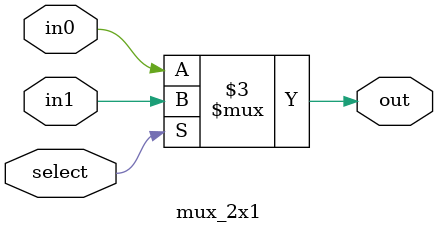
<source format=v>
module mux_2x1(in0,in1,select,out);

input in0, in1, select;
output reg out;


always @(select, in0, in1)
begin
	//case(select)
	if(select) out = in1;
	else out = in0;
	//out = select ? in1 : in0; 
end



endmodule
</source>
